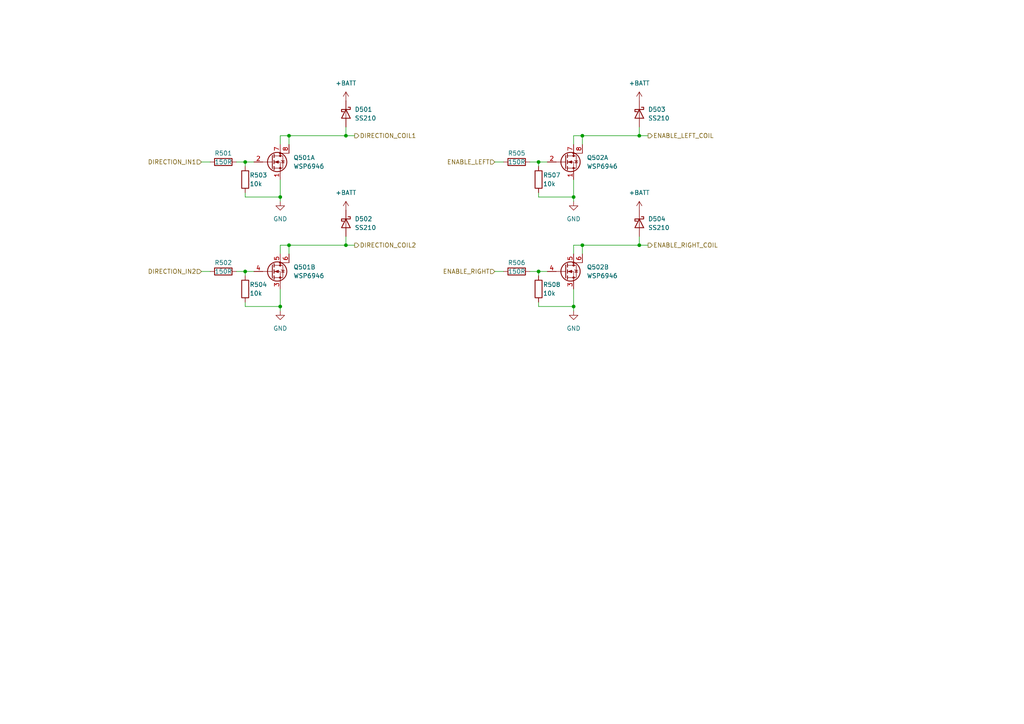
<source format=kicad_sch>
(kicad_sch (version 20210621) (generator eeschema)
  (paper "A4")
  (lib_symbols
    (symbol "Device:D_Schottky" (pin_numbers hide) (pin_names (offset 1.016) hide)
      (property "Reference" "D" (at 0 2.54 0))
      (property "Value" "D_Schottky" (at 0 -2.54 0))
      (symbol "D_Schottky_0_1"
        (polyline (pts (xy 1.27 0) (xy -1.27 0)))
        (polyline (pts (xy 1.27 1.27) (xy 1.27 -1.27) (xy -1.27 0) (xy 1.27 1.27)) (stroke (width 0.254)))
        (polyline (pts (xy -1.905 0.635) (xy -1.905 1.27) (xy -1.27 1.27) (xy -1.27 -1.27) (xy -0.635 -1.27) (xy -0.635 -0.635)) (stroke (width 0.254)))
      )
      (symbol "D_Schottky_1_1"
        (pin passive line (at -3.81 0 0) (length 2.54) (name "K") (number "1"))
        (pin passive line (at 3.81 0 180) (length 2.54) (name "A") (number "2"))
      )
    )
    (symbol "Device:R" (pin_numbers hide) (pin_names (offset 0))
      (property "Reference" "R" (at 2.032 0 90))
      (property "Value" "R" (at 0 0 90))
      (symbol "R_0_1"
        (rectangle (start -1.016 -2.54) (end 1.016 2.54) (stroke (width 0.254)))
      )
      (symbol "R_1_1"
        (pin passive line (at 0 3.81 270) (length 1.27) (name "~") (number "1"))
        (pin passive line (at 0 -3.81 90) (length 1.27) (name "~") (number "2"))
      )
    )
    (symbol "GozLib:WSP6946" (pin_names (offset 0) hide)
      (property "Reference" "Q" (at 5.08 1.27 0))
      (property "Value" "WSP6946" (at 5.08 -1.27 0))
      (symbol "WSP6946_0_1"
        (circle (center 1.651 0) (radius 2.794) (stroke (width 0.254)))
        (circle (center 2.54 -1.778) (radius 0.254) (fill (type outline)))
        (circle (center 2.54 1.778) (radius 0.254) (fill (type outline)))
        (circle (center 2.54 2.54) (radius 0.254) (fill (type outline)))
        (polyline (pts (xy 0.254 0) (xy -2.54 0)))
        (polyline (pts (xy 0.254 1.905) (xy 0.254 -1.905)) (stroke (width 0.254)))
        (polyline (pts (xy 0.762 -1.27) (xy 0.762 -2.286)) (stroke (width 0.254)))
        (polyline (pts (xy 0.762 0.508) (xy 0.762 -0.508)) (stroke (width 0.254)))
        (polyline (pts (xy 0.762 2.286) (xy 0.762 1.27)) (stroke (width 0.254)))
        (polyline (pts (xy 2.54 2.54) (xy 2.54 1.778)))
        (polyline (pts (xy 5.08 2.54) (xy 2.54 2.54)))
        (polyline (pts (xy 2.54 -2.54) (xy 2.54 0) (xy 0.762 0)))
        (polyline (pts (xy 0.762 -1.778) (xy 3.302 -1.778) (xy 3.302 1.778) (xy 0.762 1.778)))
        (polyline (pts (xy 2.794 0.508) (xy 2.921 0.381) (xy 3.683 0.381) (xy 3.81 0.254)))
        (polyline (pts (xy 3.302 0.381) (xy 2.921 -0.254) (xy 3.683 -0.254) (xy 3.302 0.381)))
        (polyline (pts (xy 1.016 0) (xy 2.032 0.381) (xy 2.032 -0.381) (xy 1.016 0)) (fill (type outline)))
      )
      (symbol "WSP6946_1_1"
        (pin passive line (at 2.54 -5.08 90) (length 2.54) (name "S") (number "1"))
        (pin input line (at -5.08 0 0) (length 2.54) (name "G") (number "2"))
        (pin passive line (at 2.54 5.08 270) (length 2.54) (name "D") (number "7"))
        (pin passive line (at 5.08 5.08 270) (length 2.54) (name "D") (number "8"))
      )
      (symbol "WSP6946_2_1"
        (pin passive line (at 2.54 -5.08 90) (length 2.54) (name "S") (number "3"))
        (pin input line (at -5.08 0 0) (length 2.54) (name "G") (number "4"))
        (pin passive line (at 2.54 5.08 270) (length 2.54) (name "D") (number "5"))
        (pin passive line (at 5.08 5.08 270) (length 2.54) (name "D") (number "6"))
      )
    )
    (symbol "power:+BATT" (power) (pin_names (offset 0))
      (property "Value" "+BATT" (at 0 3.556 0))
      (symbol "+BATT_0_1"
        (polyline (pts (xy -0.762 1.27) (xy 0 2.54)))
        (polyline (pts (xy 0 0) (xy 0 2.54)))
        (polyline (pts (xy 0 2.54) (xy 0.762 1.27)))
      )
      (symbol "+BATT_1_1"
        (pin power_in line (at 0 0 90) (length 0) hide (name "+BATT") (number "1"))
      )
    )
    (symbol "power:GND" (power) (pin_names (offset 0))
      (property "Value" "GND" (at 0 -3.81 0))
      (symbol "GND_0_1"
        (polyline (pts (xy 0 0) (xy 0 -1.27) (xy 1.27 -1.27) (xy 0 -2.54) (xy -1.27 -1.27) (xy 0 -1.27)))
      )
      (symbol "GND_1_1"
        (pin power_in line (at 0 0 270) (length 0) hide (name "GND") (number "1"))
      )
    )
  )
  (junction (at 71.12 46.99) (diameter 0.9144))
  (junction (at 71.12 78.74) (diameter 0.9144))
  (junction (at 81.28 57.15) (diameter 0.9144))
  (junction (at 81.28 88.9) (diameter 0.9144))
  (junction (at 83.82 39.37) (diameter 0.9144))
  (junction (at 83.82 71.12) (diameter 0.9144))
  (junction (at 100.33 39.37) (diameter 0.9144))
  (junction (at 100.33 71.12) (diameter 0.9144))
  (junction (at 156.21 46.99) (diameter 0.9144))
  (junction (at 156.21 78.74) (diameter 0.9144))
  (junction (at 166.37 57.15) (diameter 0.9144))
  (junction (at 166.37 88.9) (diameter 0.9144))
  (junction (at 168.91 39.37) (diameter 0.9144))
  (junction (at 168.91 71.12) (diameter 0.9144))
  (junction (at 185.42 39.37) (diameter 0.9144))
  (junction (at 185.42 71.12) (diameter 0.9144))
  (wire (pts (xy 58.42 46.99) (xy 60.96 46.99)))
  (wire (pts (xy 58.42 78.74) (xy 60.96 78.74)))
  (wire (pts (xy 68.58 46.99) (xy 71.12 46.99)))
  (wire (pts (xy 68.58 78.74) (xy 71.12 78.74)))
  (wire (pts (xy 71.12 46.99) (xy 71.12 48.26)))
  (wire (pts (xy 71.12 46.99) (xy 73.66 46.99)))
  (wire (pts (xy 71.12 55.88) (xy 71.12 57.15)))
  (wire (pts (xy 71.12 57.15) (xy 81.28 57.15)))
  (wire (pts (xy 71.12 78.74) (xy 71.12 80.01)))
  (wire (pts (xy 71.12 78.74) (xy 73.66 78.74)))
  (wire (pts (xy 71.12 87.63) (xy 71.12 88.9)))
  (wire (pts (xy 71.12 88.9) (xy 81.28 88.9)))
  (wire (pts (xy 81.28 39.37) (xy 83.82 39.37)))
  (wire (pts (xy 81.28 41.91) (xy 81.28 39.37)))
  (wire (pts (xy 81.28 52.07) (xy 81.28 57.15)))
  (wire (pts (xy 81.28 57.15) (xy 81.28 58.42)))
  (wire (pts (xy 81.28 71.12) (xy 83.82 71.12)))
  (wire (pts (xy 81.28 73.66) (xy 81.28 71.12)))
  (wire (pts (xy 81.28 83.82) (xy 81.28 88.9)))
  (wire (pts (xy 81.28 88.9) (xy 81.28 90.17)))
  (wire (pts (xy 83.82 39.37) (xy 100.33 39.37)))
  (wire (pts (xy 83.82 41.91) (xy 83.82 39.37)))
  (wire (pts (xy 83.82 71.12) (xy 100.33 71.12)))
  (wire (pts (xy 83.82 73.66) (xy 83.82 71.12)))
  (wire (pts (xy 100.33 36.83) (xy 100.33 39.37)))
  (wire (pts (xy 100.33 39.37) (xy 102.87 39.37)))
  (wire (pts (xy 100.33 68.58) (xy 100.33 71.12)))
  (wire (pts (xy 100.33 71.12) (xy 102.87 71.12)))
  (wire (pts (xy 143.51 46.99) (xy 146.05 46.99)))
  (wire (pts (xy 143.51 78.74) (xy 146.05 78.74)))
  (wire (pts (xy 153.67 46.99) (xy 156.21 46.99)))
  (wire (pts (xy 153.67 78.74) (xy 156.21 78.74)))
  (wire (pts (xy 156.21 46.99) (xy 156.21 48.26)))
  (wire (pts (xy 156.21 46.99) (xy 158.75 46.99)))
  (wire (pts (xy 156.21 55.88) (xy 156.21 57.15)))
  (wire (pts (xy 156.21 57.15) (xy 166.37 57.15)))
  (wire (pts (xy 156.21 78.74) (xy 156.21 80.01)))
  (wire (pts (xy 156.21 78.74) (xy 158.75 78.74)))
  (wire (pts (xy 156.21 87.63) (xy 156.21 88.9)))
  (wire (pts (xy 156.21 88.9) (xy 166.37 88.9)))
  (wire (pts (xy 166.37 39.37) (xy 168.91 39.37)))
  (wire (pts (xy 166.37 41.91) (xy 166.37 39.37)))
  (wire (pts (xy 166.37 52.07) (xy 166.37 57.15)))
  (wire (pts (xy 166.37 57.15) (xy 166.37 58.42)))
  (wire (pts (xy 166.37 71.12) (xy 168.91 71.12)))
  (wire (pts (xy 166.37 73.66) (xy 166.37 71.12)))
  (wire (pts (xy 166.37 83.82) (xy 166.37 88.9)))
  (wire (pts (xy 166.37 88.9) (xy 166.37 90.17)))
  (wire (pts (xy 168.91 39.37) (xy 185.42 39.37)))
  (wire (pts (xy 168.91 41.91) (xy 168.91 39.37)))
  (wire (pts (xy 168.91 71.12) (xy 185.42 71.12)))
  (wire (pts (xy 168.91 73.66) (xy 168.91 71.12)))
  (wire (pts (xy 185.42 36.83) (xy 185.42 39.37)))
  (wire (pts (xy 185.42 39.37) (xy 187.96 39.37)))
  (wire (pts (xy 185.42 68.58) (xy 185.42 71.12)))
  (wire (pts (xy 185.42 71.12) (xy 187.96 71.12)))
  (hierarchical_label "DIRECTION_IN1" (shape input) (at 58.42 46.99 180))
  (hierarchical_label "DIRECTION_IN2" (shape input) (at 58.42 78.74 180))
  (hierarchical_label "DIRECTION_COIL1" (shape output) (at 102.87 39.37 0))
  (hierarchical_label "DIRECTION_COIL2" (shape output) (at 102.87 71.12 0))
  (hierarchical_label "ENABLE_LEFT" (shape input) (at 143.51 46.99 180))
  (hierarchical_label "ENABLE_RIGHT" (shape input) (at 143.51 78.74 180))
  (hierarchical_label "ENABLE_LEFT_COIL" (shape output) (at 187.96 39.37 0))
  (hierarchical_label "ENABLE_RIGHT_COIL" (shape output) (at 187.96 71.12 0))
  (symbol (lib_id "power:+BATT") (at 100.33 29.21 0) (unit 1)
    (property "Reference" "#PWR0503" (effects hide))
    (property "Value" "+BATT" (at 100.33 24.13 0))
  )
  (symbol (lib_id "power:+BATT") (at 100.33 60.96 0) (unit 1)
    (property "Reference" "#PWR0504" (effects hide))
    (property "Value" "+BATT" (at 100.33 55.88 0))
  )
  (symbol (lib_id "power:+BATT") (at 185.42 29.21 0) (unit 1)
    (property "Reference" "#PWR0507" (effects hide))
    (property "Value" "+BATT" (at 185.42 24.13 0))
  )
  (symbol (lib_id "power:+BATT") (at 185.42 60.96 0) (unit 1)
    (property "Reference" "#PWR0508" (effects hide))
    (property "Value" "+BATT" (at 185.42 55.88 0))
  )
  (symbol (lib_id "power:GND") (at 81.28 58.42 0) (unit 1)
    (property "Reference" "#PWR0501" (effects hide))
    (property "Value" "GND" (at 81.28 63.5 0))
  )
  (symbol (lib_id "power:GND") (at 81.28 90.17 0) (unit 1)
    (property "Reference" "#PWR0502" (effects hide))
    (property "Value" "GND" (at 81.28 95.25 0))
  )
  (symbol (lib_id "power:GND") (at 166.37 58.42 0) (unit 1)
    (property "Reference" "#PWR0505" (effects hide))
    (property "Value" "GND" (at 166.37 63.5 0))
  )
  (symbol (lib_id "power:GND") (at 166.37 90.17 0) (unit 1)
    (property "Reference" "#PWR0506" (effects hide))
    (property "Value" "GND" (at 166.37 95.25 0))
  )
  (symbol (lib_id "Device:R") (at 64.77 46.99 90) (unit 1)
    (property "Reference" "R501" (at 64.77 44.45 90))
    (property "Value" "150R" (at 64.77 46.99 90))
    (property "Footprint" "Resistor_SMD:R_0603_1608Metric_Pad0.98x0.95mm_HandSolder" (effects hide))
  )
  (symbol (lib_id "Device:R") (at 64.77 78.74 90) (unit 1)
    (property "Reference" "R502" (at 64.77 76.2 90))
    (property "Value" "150R" (at 64.77 78.74 90))
    (property "Footprint" "Resistor_SMD:R_0603_1608Metric_Pad0.98x0.95mm_HandSolder" (effects hide))
  )
  (symbol (lib_id "Device:R") (at 71.12 52.07 0) (unit 1)
    (property "Reference" "R503" (at 72.39 50.7999 0) (effects (justify left)))
    (property "Value" "10k" (at 72.39 53.3399 0) (effects (justify left)))
    (property "Footprint" "Resistor_SMD:R_0603_1608Metric_Pad0.98x0.95mm_HandSolder" (effects hide))
  )
  (symbol (lib_id "Device:R") (at 71.12 83.82 180) (unit 1)
    (property "Reference" "R504" (at 72.39 82.5499 0) (effects (justify right)))
    (property "Value" "10k" (at 72.39 85.0899 0) (effects (justify right)))
    (property "Footprint" "Resistor_SMD:R_0603_1608Metric_Pad0.98x0.95mm_HandSolder" (effects hide))
  )
  (symbol (lib_id "Device:R") (at 149.86 46.99 90) (unit 1)
    (property "Reference" "R505" (at 149.86 44.45 90))
    (property "Value" "150R" (at 149.86 46.99 90))
    (property "Footprint" "Resistor_SMD:R_0603_1608Metric_Pad0.98x0.95mm_HandSolder" (effects hide))
  )
  (symbol (lib_id "Device:R") (at 149.86 78.74 90) (unit 1)
    (property "Reference" "R506" (at 149.86 76.2 90))
    (property "Value" "150R" (at 149.86 78.74 90))
    (property "Footprint" "Resistor_SMD:R_0603_1608Metric_Pad0.98x0.95mm_HandSolder" (effects hide))
  )
  (symbol (lib_id "Device:R") (at 156.21 52.07 0) (unit 1)
    (property "Reference" "R507" (at 157.48 50.7999 0) (effects (justify left)))
    (property "Value" "10k" (at 157.48 53.3399 0) (effects (justify left)))
    (property "Footprint" "Resistor_SMD:R_0603_1608Metric_Pad0.98x0.95mm_HandSolder" (effects hide))
  )
  (symbol (lib_id "Device:R") (at 156.21 83.82 0) (unit 1)
    (property "Reference" "R508" (at 157.48 82.5499 0) (effects (justify left)))
    (property "Value" "10k" (at 157.48 85.0899 0) (effects (justify left)))
    (property "Footprint" "Resistor_SMD:R_0603_1608Metric_Pad0.98x0.95mm_HandSolder" (effects hide))
  )
  (symbol (lib_id "Device:D_Schottky") (at 100.33 33.02 270) (unit 1)
    (property "Reference" "D501" (at 102.87 31.7499 90) (effects (justify left)))
    (property "Value" "SS210" (at 102.87 34.2899 90) (effects (justify left)))
    (property "Footprint" "Diode_SMD:D_SMA_Handsoldering" (effects hide))
  )
  (symbol (lib_id "Device:D_Schottky") (at 100.33 64.77 270) (unit 1)
    (property "Reference" "D502" (at 102.87 63.4999 90) (effects (justify left)))
    (property "Value" "SS210" (at 102.87 66.0399 90) (effects (justify left)))
    (property "Footprint" "Diode_SMD:D_SMA_Handsoldering" (effects hide))
  )
  (symbol (lib_id "Device:D_Schottky") (at 185.42 33.02 270) (unit 1)
    (property "Reference" "D503" (at 187.96 31.7499 90) (effects (justify left)))
    (property "Value" "SS210" (at 187.96 34.2899 90) (effects (justify left)))
    (property "Footprint" "Diode_SMD:D_SMA_Handsoldering" (effects hide))
  )
  (symbol (lib_id "Device:D_Schottky") (at 185.42 64.77 270) (unit 1)
    (property "Reference" "D504" (at 187.96 63.4999 90) (effects (justify left)))
    (property "Value" "SS210" (at 187.96 66.0399 90) (effects (justify left)))
    (property "Footprint" "Diode_SMD:D_SMA_Handsoldering" (effects hide))
  )
  (symbol (lib_id "GozLib:WSP6946") (at 78.74 46.99 0) (unit 1)
    (property "Reference" "Q501" (at 85.09 45.7199 0) (effects (justify left)))
    (property "Value" "WSP6946" (at 85.09 48.2599 0) (effects (justify left)))
    (property "Footprint" "Package_SO:SOP-8_3.9x4.9mm_P1.27mm" (effects hide))
    (property "Datasheet" "https://datasheet.lcsc.com/lcsc/1809211428_Winsok-Semicon-WSP6946_C148408.pdf" (effects hide))
  )
  (symbol (lib_id "GozLib:WSP6946") (at 78.74 78.74 0) (unit 2)
    (property "Reference" "Q501" (at 85.09 77.4699 0) (effects (justify left)))
    (property "Value" "WSP6946" (at 85.09 80.0099 0) (effects (justify left)))
    (property "Footprint" "Package_SO:SOP-8_3.9x4.9mm_P1.27mm" (effects hide))
    (property "Datasheet" "https://datasheet.lcsc.com/lcsc/1809211428_Winsok-Semicon-WSP6946_C148408.pdf" (effects hide))
  )
  (symbol (lib_id "GozLib:WSP6946") (at 163.83 46.99 0) (unit 1)
    (property "Reference" "Q502" (at 170.18 45.7199 0) (effects (justify left)))
    (property "Value" "WSP6946" (at 170.18 48.2599 0) (effects (justify left)))
    (property "Footprint" "Package_SO:SOP-8_3.9x4.9mm_P1.27mm" (effects hide))
    (property "Datasheet" "https://datasheet.lcsc.com/lcsc/1809211428_Winsok-Semicon-WSP6946_C148408.pdf" (effects hide))
  )
  (symbol (lib_id "GozLib:WSP6946") (at 163.83 78.74 0) (unit 2)
    (property "Reference" "Q502" (at 170.18 77.4699 0) (effects (justify left)))
    (property "Value" "WSP6946" (at 170.18 80.0099 0) (effects (justify left)))
    (property "Footprint" "Package_SO:SOP-8_3.9x4.9mm_P1.27mm" (effects hide))
    (property "Datasheet" "https://datasheet.lcsc.com/lcsc/1809211428_Winsok-Semicon-WSP6946_C148408.pdf" (effects hide))
  )
)
</source>
